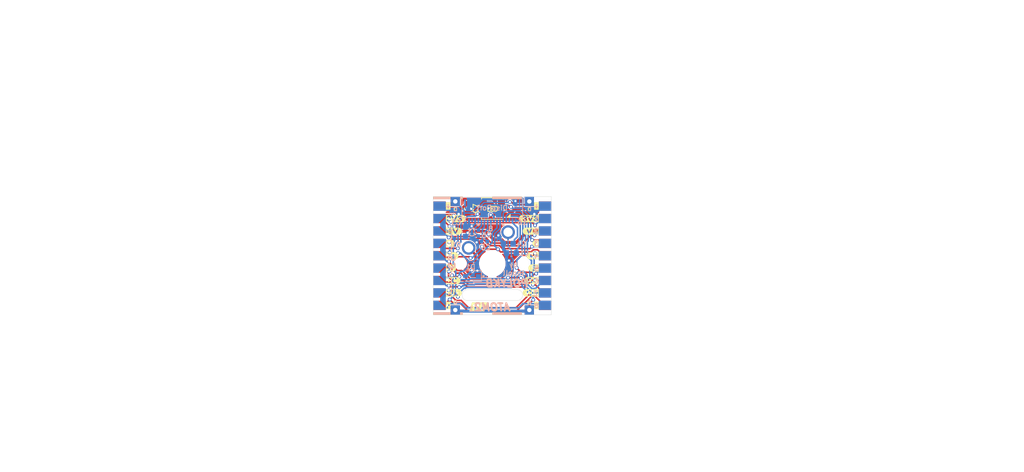
<source format=kicad_pcb>
(kicad_pcb (version 20211014) (generator pcbnew)
  (title_block (title "PolyKB Atom") (date "2022-02-01") (rev "2.1") (company "thpoll"))
  (layers (0 "F.Cu" signal) (31 "B.Cu" signal) (34 "B.Paste" user) (35 "F.Paste" user) (36 "B.SilkS" user "B.Silkscreen") (37 "F.SilkS" user "F.Silkscreen") (38 "B.Mask" user) (39 "F.Mask" user) (44 "Edge.Cuts" user))
  (net 0 "")
  (net 1 "/Keyboard/sheet605ED2EB/GND")
  (net 2 "/Keyboard/sheet605ED2EB/3V3")
  (net 3 "/Keyboard/sheet605ED2EB/4V2")
  (net 4 "Net-(C4-Pad1)")
  (net 5 "Net-(C5-Pad2)")
  (net 6 "Net-(C5-Pad1)")
  (net 7 "Net-(C6-Pad2)")
  (net 8 "Net-(C6-Pad1)")
  (net 9 "/Keyboard/sheet605ED2EB/CS")
  (net 10 "/Keyboard/sheet605ED2EB/RESET")
  (net 11 "/Keyboard/sheet605ED2EB/D-C")
  (net 12 "/Keyboard/sheet605ED2EB/SCLK")
  (net 13 "/Keyboard/sheet605ED2EB/SDIN")
  (net 14 "/Keyboard/sheet605ED2EB/LED_DIN")
  (net 15 "/Keyboard/sheet605ED2EB/5V")
  (net 16 "Net-(D1-Pad2)")
  (net 17 "/Keyboard/sheet605ED2EB/KeyRow")
  (net 18 "/Keyboard/sheet605ED2EB/KeyCol")
  (net 19 "CS8")
  (net 20 "CS7")
  (net 21 "CS6")
  (net 22 "CS5")
  (net 23 "CS4")
  (net 24 "CS3")
  (net 25 "CS2")
  (net 26 "CS1")
  (net 27 "Net-(C1-Pad1)")
  (footprint "poly_kb:AtomConnect2" (layer "F.Cu") (at 93.218 63.6778 -90)
    (fp_text reference "J3" hide)
    (fp_text value "WestFront")
  )
  (footprint "poly_kb:AtomConnect2" (layer "F.Cu") (at 110.236 63.6778 -90)
    (fp_text reference "J4" hide)
    (fp_text value "EastFront")
  )
  (footprint "poly_kb:WS2812B-Mini" (layer "F.Cu") (at 101.727 56.0578)
    (fp_text reference "LED1" hide)
    (fp_text value "WS2812B-Mini")
  )
  (footprint "poly_kb:SW_Cherry_MX_1.00u_PCB_NoSilk" (layer "F.Cu") (at 104.267 59.8678)
    (fp_text reference "SW1" hide)
    (fp_text value "SW_Push")
  )
  (footprint "poly_kb:TestPoin_1.5x1.5mm_Drill0.7mm" (layer "F.Cu") (at 107.696 54.9148)
    (fp_text reference "J2" hide)
    (fp_text value "North")
  )
  (footprint "poly_kb:TestPoin_1.5x1.5mm_Drill0.7mm" (layer "F.Cu") (at 95.758 54.9148)
    (fp_text reference "J8" hide)
    (fp_text value "North2")
  )
  (footprint "poly_kb:TestPoin_1.5x1.5mm_Drill0.7mm" (layer "F.Cu") (at 107.696 72.4408)
    (fp_text reference "J9" hide)
    (fp_text value "South2")
  )
  (footprint "poly_kb:TestPoin_1.5x1.5mm_Drill0.7mm" (layer "F.Cu") (at 95.758 72.4408)
    (fp_text reference "J7" hide)
    (fp_text value "South")
  )
  (footprint "kibuzzard-61EFD908" (layer "F.Cu") (at 94.615 71.7042)
    (fp_text reference "kibuzzard-61EFD908" hide)
    (fp_text value "G***" hide)
  )
  (footprint "kibuzzard-61EFDD1E" (layer "F.Cu") (at 99.441 71.9328)
    (fp_text reference "kibuzzard-61EFDD1E" hide)
    (fp_text value "G***" hide)
  )
  (footprint "kibuzzard-61EFBE87" (layer "F.Cu") (at 96.0374 59.7154)
    (fp_text reference "kibuzzard-61EFBE87" hide)
    (fp_text value "G***" hide)
  )
  (footprint "kibuzzard-61EFDAC6" (layer "F.Cu") (at 108.7882 61.6966)
    (fp_text reference "kibuzzard-61EFDAC6" hide)
    (fp_text value "G***" hide)
  )
  (footprint "kibuzzard-61EFBE2C" (layer "F.Cu") (at 95.4278 67.691)
    (fp_text reference "kibuzzard-61EFBE2C" hide)
    (fp_text value "G***" hide)
  )
  (footprint "kibuzzard-61EFD947" (layer "F.Cu") (at 108.839 55.6514)
    (fp_text reference "kibuzzard-61EFD947" hide)
    (fp_text value "G***" hide)
  )
  (footprint "kibuzzard-61EFA8F1" (layer "F.Cu") (at 107.9246 69.6722)
    (fp_text reference "kibuzzard-61EFA8F1" hide)
    (fp_text value "G***" hide)
  )
  (footprint "kibuzzard-61EFDAA0" (layer "F.Cu") (at 94.9706 61.6966)
    (fp_text reference "kibuzzard-61EFDAA0" hide)
    (fp_text value "G***" hide)
  )
  (footprint "kibuzzard-61EFD7F9" (layer "F.Cu") (at 108.3818 65.659)
    (fp_text reference "kibuzzard-61EFD7F9" hide)
    (fp_text value "G***" hide)
  )
  (footprint "kibuzzard-61EFD863" (layer "F.Cu") (at 107.6198 57.6834)
    (fp_text reference "kibuzzard-61EFD863" hide)
    (fp_text value "G***" hide)
  )
  (footprint "kibuzzard-61EFD879" (layer "F.Cu") (at 95.844 57.6906)
    (fp_text reference "kibuzzard-61EFD879" hide)
    (fp_text value "G***" hide)
  )
  (footprint "kibuzzard-61EFD908" (layer "F.Cu") (at 108.839 71.7042)
    (fp_text reference "kibuzzard-61EFD908" hide)
    (fp_text value "G***" hide)
  )
  (footprint "kibuzzard-61EFACF9" (layer "F.Cu") (at 107.4166 59.7154)
    (fp_text reference "kibuzzard-61EFACF9" hide)
    (fp_text value "G***" hide)
  )
  (footprint "kibuzzard-61EFDAEE" (layer "F.Cu") (at 95.254239 63.677507)
    (fp_text reference "kibuzzard-61EFDAEE" hide)
    (fp_text value "G***" hide)
  )
  (footprint "kibuzzard-61EFBE21" (layer "F.Cu") (at 95.0722 65.659)
    (fp_text reference "kibuzzard-61EFBE21" hide)
    (fp_text value "G***" hide)
  )
  (footprint "kibuzzard-61EFABBF" (layer "F.Cu") (at 108.0262 67.691)
    (fp_text reference "kibuzzard-61EFABBF" hide)
    (fp_text value "G***" hide)
  )
  (footprint "kibuzzard-61EFD947" (layer "F.Cu") (at 94.615 55.6514)
    (fp_text reference "kibuzzard-61EFD947" hide)
    (fp_text value "G***" hide)
  )
  (footprint "kibuzzard-61EFBE3D" (layer "F.Cu") (at 95.5294 69.6722)
    (fp_text reference "kibuzzard-61EFBE3D" hide)
    (fp_text value "G***" hide)
  )
  (footprint "kibuzzard-61EFAA6D" (layer "F.Cu") (at 108.2294 63.6778)
    (fp_text reference "kibuzzard-61EFAA6D" hide)
    (fp_text value "G***" hide)
  )
  (footprint "Capacitor_SMD:C_0603_1608Metric" (layer "F.Cu") (at 97.7265 56.0578 -90)
    (fp_text reference "C7")
    (fp_text value "100nF")
  )
  (footprint "Capacitor_SMD:C_0603_1608Metric" (layer "B.Cu") (at 104.802 63.2528 180)
    (fp_text reference "C1")
    (fp_text value "2.2uF")
  )
  (footprint "Capacitor_SMD:C_0603_1608Metric" (layer "B.Cu") (at 97.409 59.8046 90)
    (fp_text reference "C2")
    (fp_text value "2.2uF")
  )
  (footprint "Capacitor_SMD:C_0402_1005Metric" (layer "B.Cu") (at 95.123 56.9468 90)
    (fp_text reference "C3" hide)
    (fp_text value "1uF")
  )
  (footprint "Capacitor_SMD:C_0603_1608Metric" (layer "B.Cu") (at 104.302 61.7528 180)
    (fp_text reference "C4")
    (fp_text value "4.7uF")
  )
  (footprint "Capacitor_SMD:C_0402_1005Metric" (layer "B.Cu") (at 99.4918 60.0176 90)
    (fp_text reference "C5")
    (fp_text value "1uF")
  )
  (footprint "Capacitor_SMD:C_0402_1005Metric" (layer "B.Cu") (at 100.457 61.3918)
    (fp_text reference "C6")
    (fp_text value "1uF")
  )
  (footprint "poly_kb:D_SOD-323Ext" (layer "B.Cu") (at 98.425 66.9528 180)
    (fp_text reference "D1")
    (fp_text value "D_Small")
  )
  (footprint "poly_kb:FPC_16_JUSHUO_AFC05_S16FIA_00" (layer "B.Cu") (at 101.727 57.9628)
    (fp_text reference "J1" hide)
    (fp_text value "Conn_01x16")
  )
  (footprint "poly_kb:AtomConnect2" (layer "B.Cu") (at 110.236 63.6778 -90)
    (fp_text reference "J6" hide)
    (fp_text value "EastBack")
  )
  (footprint "poly_kb:AtomConnectCS" (layer "B.Cu") (at 93.218 63.6778 -90)
    (fp_text reference "J5" hide)
    (fp_text value "WestBack")
  )
  (footprint "Resistor_SMD:R_0402_1005Metric" (layer "B.Cu") (at 95.602 60.3906 -90)
    (fp_text reference "R1")
    (fp_text value "1M")
  )
  (gr_poly (pts (xy 106.4895 73.2282) (xy 101.727 73.2282) (xy 101.727 72.7964) (xy 106.4895 72.7964)) (layer "B.SilkS") (width 0) (fill solid))
  (gr_poly (pts (xy 94.9706 54.5608) (xy 92.1766 54.5608) (xy 92.1766 54.1274) (xy 94.9706 54.1274)) (layer "B.SilkS") (width 0) (fill solid))
  (gr_poly (pts (xy 96.9645 54.5608) (xy 96.5454 54.5608) (xy 96.5454 54.1274) (xy 96.9645 54.1274)) (layer "B.SilkS") (width 0) (fill solid))
  (gr_poly (pts (xy 96.9645 73.2282) (xy 96.5454 73.2282) (xy 96.5454 72.8091) (xy 96.9645 72.8091)) (layer "B.SilkS") (width 0) (fill solid))
  (gr_poly (pts (xy 94.9706 73.2282) (xy 92.202 73.2282) (xy 92.202 72.788864) (xy 94.9706 72.788864)) (layer "B.SilkS") (width 0) (fill solid))
  (gr_line (start 108.839 55.3466) (end 108.839 55.7022) (layer "B.SilkS") (width 0.12))
  (gr_line (start 95.123 63.4238) (end 95.123 59.3598) (layer "B.SilkS") (width 0.12))
  (gr_line (start 103.502 58.4778) (end 103.502 58.9278) (layer "B.SilkS") (width 0.12))
  (gr_line (start 94.615 66.7258) (end 95.123 66.7258) (layer "B.SilkS") (width 0.12))
  (gr_line (start 103.327 58.7528) (end 103.677 58.7528) (layer "B.SilkS") (width 0.12))
  (gr_line (start 94.615 55.3466) (end 94.615 55.7022) (layer "B.SilkS") (width 0.12))
  (gr_line (start 95.123 69.5198) (end 94.615 70.0278) (layer "B.SilkS") (width 0.12))
  (gr_line (start 94.615 55.7022) (end 94.361 55.7022) (layer "B.SilkS") (width 0.12))
  (gr_line (start 99.302 58.7528) (end 99.652 58.7528) (layer "B.SilkS") (width 0.12))
  (gr_line (start 108.7882 56.007) (end 108.8898 56.007) (layer "B.SilkS") (width 0.12))
  (gr_line (start 94.615 55.7022) (end 94.869 55.7022) (layer "B.SilkS") (width 0.12))
  (gr_line (start 99.402 58.7028) (end 99.552 58.7028) (layer "B.SilkS") (width 0.12))
  (gr_line (start 103.427 58.7028) (end 103.577 58.7028) (layer "B.SilkS") (width 0.12))
  (gr_line (start 99.477 58.4778) (end 99.302 58.7528) (layer "B.SilkS") (width 0.12))
  (gr_line (start 103.677 58.7528) (end 103.502 58.4778) (layer "B.SilkS") (width 0.12))
  (gr_line (start 108.839 55.7022) (end 109.093 55.7022) (layer "B.SilkS") (width 0.12))
  (gr_line (start 108.839 55.7022) (end 108.585 55.7022) (layer "B.SilkS") (width 0.12))
  (gr_poly (pts (xy 106.4895 54.5608) (xy 101.727 54.5608) (xy 101.727 54.1274) (xy 106.4895 54.1274)) (layer "B.SilkS") (width 0) (fill solid))
  (gr_line (start 94.4626 55.8546) (end 94.7674 55.8546) (layer "B.SilkS") (width 0.12))
  (gr_line (start 94.615 62.6618) (end 95.123 62.6618) (layer "B.SilkS") (width 0.12))
  (gr_line (start 99.652 58.7528) (end 99.477 58.4778) (layer "B.SilkS") (width 0.12))
  (gr_line (start 95.123 65.9638) (end 95.123 69.5198) (layer "B.SilkS") (width 0.12))
  (gr_line (start 103.502 58.4778) (end 103.327 58.7528) (layer "B.SilkS") (width 0.12))
  (gr_line (start 101.477 58.6528) (end 101.477 58.4778) (layer "B.SilkS") (width 0.12))
  (gr_line (start 95.123 59.3598) (end 94.615 58.8518) (layer "B.SilkS") (width 0.12))
  (gr_line (start 108.6866 55.8546) (end 108.9914 55.8546) (layer "B.SilkS") (width 0.12))
  (gr_line (start 99.477 58.4778) (end 99.477 58.9278) (layer "B.SilkS") (width 0.12))
  (gr_line (start 94.5642 56.007) (end 94.6658 56.007) (layer "B.SilkS") (width 0.12))
  (gr_poly (pts (xy 106.4895 54.5608) (xy 101.727 54.5608) (xy 101.727 54.1274) (xy 106.4895 54.1274)) (layer "F.SilkS") (width 0) (fill solid))
  (gr_line (start 94.7928 59.2582) (end 94.7928 59.309) (layer "F.SilkS") (width 0.12))
  (gr_line (start 108.2294 59.2074) (end 108.2294 60.2234) (layer "F.SilkS") (width 0.135))
  (gr_line (start 109.1438 59.2074) (end 109.1438 60.2234) (layer "F.SilkS") (width 0.135))
  (gr_line (start 108.712 59.309) (end 108.6612 59.309) (layer "F.SilkS") (width 0.12))
  (gr_line (start 108.712 59.2582) (end 108.712 59.309) (layer "F.SilkS") (width 0.12))
  (gr_line (start 95.0468 59.309) (end 95.0468 59.2074) (layer "F.SilkS") (width 0.12))
  (gr_line (start 108.4072 59.309) (end 108.4072 59.2074) (layer "F.SilkS") (width 0.12))
  (gr_line (start 94.3102 59.2074) (end 95.2754 59.2074) (layer "F.SilkS") (width 0.135))
  (gr_line (start 94.742 59.309) (end 94.742 59.2582) (layer "F.SilkS") (width 0.12))
  (gr_line (start 95.1992 59.309) (end 95.0468 59.309) (layer "F.SilkS") (width 0.12))
  (gr_line (start 95.2754 60.2234) (end 94.3102 60.2234) (layer "F.SilkS") (width 0.135))
  (gr_line (start 94.361 59.309) (end 94.488 59.309) (layer "F.SilkS") (width 0.12))
  (gr_line (start 108.458 59.563) (end 108.9152 59.563) (layer "F.SilkS") (width 0.12))
  (gr_line (start 94.3102 59.2074) (end 94.3102 60.2234) (layer "F.SilkS") (width 0.135))
  (gr_line (start 109.1184 59.309) (end 108.966 59.309) (layer "F.SilkS") (width 0.12))
  (gr_poly (pts (xy 96.9645 54.5608) (xy 96.5454 54.5608) (xy 96.5454 54.1274) (xy 96.9645 54.1274)) (layer "F.SilkS") (width 0) (fill solid))
  (gr_line (start 94.5388 59.563) (end 94.996 59.563) (layer "F.SilkS") (width 0.12))
  (gr_line (start 94.5388 59.9694) (end 94.996 59.9694) (layer "F.SilkS") (width 0.12))
  (gr_poly (pts (xy 94.9706 54.5608) (xy 92.1766 54.5608) (xy 92.1766 54.1274) (xy 94.9706 54.1274)) (layer "F.SilkS") (width 0) (fill solid))
  (gr_line (start 108.9152 59.7662) (end 108.458 59.7662) (layer "F.SilkS") (width 0.12))
  (gr_line (start 108.966 59.309) (end 108.966 59.2074) (layer "F.SilkS") (width 0.12))
  (gr_line (start 94.7928 59.309) (end 94.742 59.309) (layer "F.SilkS") (width 0.12))
  (gr_line (start 109.1438 60.2234) (end 108.1786 60.2234) (layer "F.SilkS") (width 0.135))
  (gr_line (start 108.2802 59.309) (end 108.4072 59.309) (layer "F.SilkS") (width 0.12))
  (gr_line (start 94.996 59.7662) (end 94.5388 59.7662) (layer "F.SilkS") (width 0.12))
  (gr_poly (pts (xy 96.9645 73.2282) (xy 96.5454 73.2282) (xy 96.5454 72.8218) (xy 96.9645 72.8218)) (layer "F.SilkS") (width 0) (fill solid))
  (gr_line (start 94.488 59.309) (end 94.488 59.2074) (layer "F.SilkS") (width 0.12))
  (gr_poly (pts (xy 106.4895 73.2282) (xy 101.727 73.2282) (xy 101.727 72.8218) (xy 106.4895 72.8218)) (layer "F.SilkS") (width 0) (fill solid))
  (gr_line (start 108.458 59.9694) (end 108.9152 59.9694) (layer "F.SilkS") (width 0.12))
  (gr_line (start 95.2246 59.2074) (end 95.2246 60.2234) (layer "F.SilkS") (width 0.135))
  (gr_line (start 108.6612 59.309) (end 108.6612 59.2582) (layer "F.SilkS") (width 0.12))
  (gr_line (start 108.1786 59.2074) (end 109.1438 59.2074) (layer "F.SilkS") (width 0.135))
  (gr_poly (pts (xy 94.9706 73.2282) (xy 92.1766 73.2282) (xy 92.1766 72.8218) (xy 94.9706 72.8218)) (layer "F.SilkS") (width 0) (fill solid))
  (gr_line (start 111.252 54.1528) (end 92.202 54.1528) (layer "Edge.Cuts") (width 0.05))
  (gr_line (start 92.202 54.1528) (end 92.202 73.2028) (layer "Edge.Cuts") (width 0.05))
  (gr_line (start 111.252 54.1528) (end 111.252 73.2028) (layer "Edge.Cuts") (width 0.05))
  (gr_line (start 111.252 73.2028) (end 92.202 73.2028) (layer "Edge.Cuts") (width 0.05))
  (gr_arc (start 105.718 69.1388) (mid 106.607 70.0278) (end 105.718 70.9168) (layer "Edge.Cuts") (width 0.05))
  (gr_line (start 105.718 69.1388) (end 97.736 69.1388) (layer "Edge.Cuts") (width 0.05))
  (gr_arc (start 97.736 70.9168) (mid 96.847 70.0278) (end 97.736 69.1388) (layer "Edge.Cuts") (width 0.05))
  (gr_line (start 105.718 70.9168) (end 97.736 70.9168) (layer "Edge.Cuts") (width 0.05))
  (gr_text "ATOM2" (at 101.7778 71.9963) (layer "B.SilkS") (effects (font (size 1.2 1.2) (thickness 0.3) italic) (justify mirror)))
  (gr_text "1" (at 108.839 57.7088) (layer "B.SilkS") (effects (font (size 0.8 0.8) (thickness 0.153)) (justify mirror)))
  (gr_text "c" (at 95.7834 71.12) (layer "B.SilkS") (effects (font (size 0.8 0.8) (thickness 0.153)) (justify mirror)))
  (gr_text "c" (at 107.7214 71.1454) (layer "B.SilkS") (effects (font (size 0.8 0.8) (thickness 0.153)) (justify mirror)))
  (gr_text "c" (at 95.7834 56.0578) (layer "B.SilkS") (effects (font (size 0.8 0.8) (thickness 0.153)) (justify mirror)))
  (gr_text ".1" (at 98.5012 72.2503) (layer "B.SilkS") (effects (font (size 0.8 0.8) (thickness 0.153)) (justify mirror)))
  (gr_text "4" (at 108.839 63.741299) (layer "B.SilkS") (effects (font (size 0.8 0.8) (thickness 0.153)) (justify mirror)))
  (gr_text "POLYKB" (at 104.14 68.1482) (layer "B.SilkS") (effects (font (size 1.2 1.2) (thickness 0.3) italic) (justify mirror)))
  (gr_text "." (at 100.302 66.5028) (layer "B.SilkS") (effects (font (size 1.2 1.2) (thickness 0.25)) (justify mirror)))
  (gr_text "2" (at 108.839 59.719633) (layer "B.SilkS") (effects (font (size 0.8 0.8) (thickness 0.153)) (justify mirror)))
  (gr_text "5" (at 108.839 65.752132) (layer "B.SilkS") (effects (font (size 0.8 0.8) (thickness 0.153)) (justify mirror)))
  (gr_text "6" (at 108.839 67.762965) (layer "B.SilkS") (effects (font (size 0.8 0.8) (thickness 0.153)) (justify mirror)))
  (gr_text "by\nthpoll" (at 105.156 65.8368) (layer "B.SilkS") (effects (font (size 0.8 0.8)) (justify mirror)))
  (gr_text "8" (at 101.477 59.3278) (layer "B.SilkS") (effects (font (size 0.8 0.8) (thickness 0.153)) (justify mirror)))
  (gr_text "16" (at 106.527 58.2778) (layer "B.SilkS") (effects (font (size 0.8 0.8) (thickness 0.153)) (justify mirror)))
  (gr_text "C3" (at 95.952 58.3278) (layer "B.SilkS") (effects (font (size 0.8 0.8)) (justify mirror)))
  (gr_text "c" (at 107.7214 56.0578) (layer "B.SilkS") (effects (font (size 0.8 0.8) (thickness 0.153)) (justify mirror)))
  (gr_text "DispPort" (at 101.6762 55.9562) (layer "B.SilkS") (effects (font (size 0.8 0.8) (thickness 0.153)) (justify mirror)))
  (gr_text "3" (at 108.839 61.730466) (layer "B.SilkS") (effects (font (size 0.8 0.8) (thickness 0.153)) (justify mirror)))
  (gr_text "CS" (at 95.123 64.6938 270) (layer "B.SilkS") (effects (font (size 1 1.2) (thickness 0.25)) (justify mirror)))
  (gr_text "." (at 97.352 57.5278) (layer "B.SilkS") (effects (font (size 1.2 1.2) (thickness 0.25)) (justify mirror)))
  (gr_text "8" (at 108.839 71.755) (layer "B.SilkS") (effects (font (size 0.8 0.8) (thickness 0.153)) (justify mirror)))
  (gr_text "7" (at 108.839 69.7738) (layer "B.SilkS") (effects (font (size 0.8 0.8) (thickness 0.153)) (justify mirror)))
  (gr_text "c" (at 95.7326 71.0946) (layer "F.SilkS") (effects (font (size 0.8 0.8) (thickness 0.153))))
  (gr_text "c" (at 107.7214 56.0578) (layer "F.SilkS") (effects (font (size 0.8 0.8) (thickness 0.153))))
  (gr_text "c" (at 107.6706 71.1454) (layer "F.SilkS") (effects (font (size 0.8 0.8) (thickness 0.153))))
  (gr_text "E" (at 101.727 56.134) (layer "F.SilkS") (effects (font (size 0.8 0.8))))
  (gr_text "D" (at 102.3112 56.134) (layer "F.SilkS") (effects (font (size 0.8 0.8))))
  (gr_text "L" (at 101.1428 56.134) (layer "F.SilkS") (effects (font (size 0.8 0.8))))
  (gr_text "c" (at 95.7834 56.0578) (layer "F.SilkS") (effects (font (size 0.8 0.8) (thickness 0.153))))
  (segment (start 98.407521 56.0578) (end 98.34306 56.122261) (width 0.5) (layer "F.Cu") (net 1))
  (segment (start 101.092 56.0578) (end 98.407521 56.0578) (width 0.5) (layer "F.Cu") (net 1))
  (segment (start 95.662917 58.91646) (end 95.585745 58.993632) (width 0.2921) (layer "F.Cu") (net 1))
  (segment (start 101.490858 56.0578) (end 102.581996 57.148938) (width 0.5) (layer "F.Cu") (net 1))
  (segment (start 98.405358 58.91646) (end 95.662917 58.91646) (width 0.2921) (layer "F.Cu") (net 1))
  (segment (start 102.581996 57.148938) (end 108.305862 57.148938) (width 0.5) (layer "F.Cu") (net 1))
  (segment (start 101.092 56.0578) (end 101.490858 56.0578) (width 0.5) (layer "F.Cu") (net 1))
  (segment (start 98.405358 58.91646) (end 101.21566 58.91646) (width 0.2921) (layer "F.Cu") (net 1))
  (segment (start 101.21566 58.91646) (end 102.702 60.4028) (width 0.2921) (layer "F.Cu") (net 1))
  (segment (start 97.640496 56.824825) (end 98.34306 56.122261) (width 0.5) (layer "F.Cu") (net 1))
  (segment (start 96.503206 56.824825) (end 97.640496 56.824825) (width 0.5) (layer "F.Cu") (net 1))
  (segment (start 108.305862 57.148938) (end 108.502 56.9528) (width 0.5) (layer "F.Cu") (net 1))
  (via (at 99.202 61.5188) (size 0.6096) (drill 0.3556) (layers "F.Cu" "B.Cu") (net 1))
  (via (at 104.394 64.4652) (size 0.6096) (drill 0.3556) (layers "F.Cu" "B.Cu") (net 1))
  (via (at 101.092 56.0578) (size 0.6096) (drill 0.3556) (layers "F.Cu" "B.Cu") (net 1))
  (via (at 98.405358 58.91646) (size 0.6096) (drill 0.3556) (layers "F.Cu" "B.Cu") (net 1))
  (via (at 108.502 56.9528) (size 0.8) (drill 0.4) (layers "F.Cu" "B.Cu") (net 1))
  (via (at 105.452 54.8528) (size 0.6096) (drill 0.3556) (layers "F.Cu" "B.Cu") (net 1))
  (via (at 102.702 60.4028) (size 0.6096) (drill 0.3556) (layers "F.Cu" "B.Cu") (net 1))
  (via (at 98.34306 56.122261) (size 0.6096) (drill 0.3556) (layers "F.Cu" "B.Cu") (net 1))
  (via (at 95.607733 58.996357) (size 0.6096) (drill 0.3556) (layers "F.Cu" "B.Cu") (net 1))
  (via (at 96.302 56.9528) (size 0.8) (drill 0.4) (layers "F.Cu" "B.Cu") (net 1))
  (via (at 99.314 66.0908) (size 0.6096) (drill 0.3556) (layers "F.Cu" "B.Cu") (net 1))
  (segment (start 102.702 60.7528) (end 102.702 60.4028) (width 0.5) (layer "B.Cu") (net 1))
  (segment (start 103.527 61.6458) (end 103.527 61.5778) (width 0.5) (layer "B.Cu") (net 1))
  (segment (start 98.452 60.7838) (end 99.187 61.5188) (width 0.2921) (layer "B.Cu") (net 1))
  (segment (start 93.472 55.6778) (end 93.979 56.1848) (width 0.5) (layer "B.Cu") (net 1))
  (segment (start 96.252 57.5528) (end 96.252 57.0028) (width 0.2921) (layer "B.Cu") (net 1))
  (segment (start 109.982 55.6778) (end 109.777 55.6778) (width 0.5) (layer "B.Cu") (net 1))
  (segment (start 95.23199 56.1848) (end 95.863181 56.1848) (width 0.5) (layer "B.Cu") (net 1))
  (segment (start 103.527 61.5778) (end 102.702 60.7528) (width 0.5) (layer "B.Cu") (net 1))
  (segment (start 103.5242 62.681) (end 103.5242 61.6458) (width 0.5) (layer "B.Cu") (net 1))
  (segment (start 95.702 58.1028) (end 96.252 57.5528) (width 0.2921) (layer "B.Cu") (net 1))
  (segment (start 96.252 57.0028) (end 96.302 56.9528) (width 0.2921) (layer "B.Cu") (net 1))
  (segment (start 98.977 58.4778) (end 98.53834 58.91646) (width 0.2921) (layer "B.Cu") (net 1))
  (segment (start 96.302 56.623619) (end 96.302 56.9528) (width 0.5) (layer "B.Cu") (net 1))
  (segment (start 97.409 58.8388) (end 97.61881 58.8388) (width 0.2921) (layer "B.Cu") (net 1))
  (segment (start 97.977 57.9628) (end 97.977 58.48061) (width 0.2921) (layer "B.Cu") (net 1))
  (segment (start 98.452 58.963102) (end 98.452 60.7838) (width 0.2921) (layer "B.Cu") (net 1))
  (segment (start 95.23199 56.1848) (end 95.23199 56.35781) (width 0.5) (layer "B.Cu") (net 1))
  (segment (start 97.977 58.48061) (end 98.405358 58.908968) (width 0.2921) (layer "B.Cu") (net 1))
  (segment (start 95.23199 56.35781) (end 95.123 56.4668) (width 0.5) (layer "B.Cu") (net 1))
  (segment (start 98.405358 58.91646) (end 98.452 58.963102) (width 0.2921) (layer "B.Cu") (net 1))
  (segment (start 109.777 55.6778) (end 108.502 56.9528) (width 0.5) (layer "B.Cu") (net 1))
  (segment (start 98.53834 58.91646) (end 98.405358 58.91646) (width 0.2921) (layer "B.Cu") (net 1))
  (segment (start 104.013 63.1698) (end 103.5242 62.681) (width 0.5) (layer "B.Cu") (net 1))
  (segment (start 95.863181 56.1848) (end 96.302 56.623619) (width 0.5) (layer "B.Cu") (net 1))
  (segment (start 95.585745 58.993632) (end 95.702 58.877377) (width 0.2921) (layer "B.Cu") (net 1))
  (segment (start 98.405358 58.908968) (end 98.405358 58.91646) (width 0.2921) (layer "B.Cu") (net 1))
  (segment (start 97.61881 58.8388) (end 97.977 58.48061) (width 0.2921) (layer "B.Cu") (net 1))
  (segment (start 93.979 56.1848) (end 95.23199 56.1848) (width 0.5) (layer "B.Cu") (net 1))
  (segment (start 95.702 58.877377) (end 95.702 58.1028) (width 0.2921) (layer "B.Cu") (net 1))
  (segment (start 98.977 57.9628) (end 98.977 58.4778) (width 0.2921) (layer "B.Cu") (net 1))
  (segment (start 93.585251 57.6778) (end 94.842315 58.934864) (width 0.25) (layer "F.Cu") (net 2))
  (segment (start 101.473 57.0738) (end 101.473 57.5818) (width 0.5) (layer "F.Cu") (net 2))
  (segment (start 101.618511 57.727311) (end 101.327489 57.727311) (width 0.5) (layer "F.Cu") (net 2))
  (segment (start 101.473 57.5818) (end 101.327489 57.727311) (width 0.5) (layer "F.Cu") (net 2))
  (segment (start 93.218 57.6778) (end 93.7244 57.1714) (width 0.5) (layer "F.Cu") (net 2))
  (segment (start 93.472 57.6778) (end 93.6696 57.4802) (width 0.5) (layer "F.Cu") (net 2))
  (segment (start 93.218 57.6778) (end 93.585251 57.6778) (width 0.25) (layer "F.Cu") (net 2))
  (segment (start 101.473 57.5818) (end 101.618511 57.727311) (width 0.5) (layer "F.Cu") (net 2))
  (segment (start 93.7244 57.1714) (end 94.869 57.1714) (width 0.5) (layer "F.Cu") (net 2))
  (segment (start 94.926892 57.229292) (end 95.491142 57.229292) (width 0.5) (layer "F.Cu") (net 2))
  (segment (start 110.112951 57.800849) (end 96.015989 57.800849) (width 0.5) (layer "F.Cu") (net 2))
  (segment (start 95.491142 57.276002) (end 95.491142 57.229292) (width 0.5) (layer "F.Cu") (net 2))
  (segment (start 94.869 57.1714) (end 94.926892 57.229292) (width 0.5) (layer "F.Cu") (net 2))
  (segment (start 93.709316 57.186484) (end 93.218 57.6778) (width 0.3) (layer "F.Cu") (net 2))
  (segment (start 101.327489 57.727311) (end 101.277489 57.777311) (width 0.5) (layer "F.Cu") (net 2))
  (segment (start 110.236 57.6778) (end 110.112951 57.800849) (width 0.5) (layer "F.Cu") (net 2))
  (segment (start 96.015989 57.800849) (end 95.491142 57.276002) (width 0.5) (layer "F.Cu") (net 2))
  (via (at 94.842315 58.934864) (size 0.6096) (drill 0.3556) (layers "F.Cu" "B.Cu") (net 2))
  (via (at 101.473 57.0738) (size 0.6096) (drill 0.3556) (layers "F.Cu" "B.Cu") (net 2))
  (via (at 95.491142 57.229292) (size 0.6096) (drill 0.3556) (layers "F.Cu" "B.Cu") (net 2))
  (segment (start 95.267846 59.8806) (end 94.842315 59.455069) (width 0.25) (layer "B.Cu") (net 2))
  (segment (start 95.123 57.4268) (end 95.293634 57.4268) (width 0.3) (layer "B.Cu") (net 2))
  (segment (start 94.842315 59.455069) (end 94.842315 58.934864) (width 0.25) (layer "B.Cu") (net 2))
  (segment (start 95.293634 57.4268) (end 95.491142 57.229292) (width 0.3) (layer "B.Cu") (net 2))
  (segment (start 101.977 57.9628) (end 101.977 57.2778) (width 0.3) (layer "B.Cu") (net 2))
  (segment (start 101.773 57.0738) (end 101.473 57.0738) (width 0.3) (layer "B.Cu") (net 2))
  (segment (start 101.977 57.2778) (end 101.773 57.0738) (width 0.3) (layer "B.Cu") (net 2))
  (segment (start 95.644 59.8806) (end 95.267846 59.8806) (width 0.25) (layer "B.Cu") (net 2))
  (segment (start 105.5818 61.5528) (end 103.702 61.5528) (width 0.5) (layer "F.Cu") (net 3))
  (segment (start 103.258701 61.109501) (end 102.002089 61.109501) (width 0.5) (layer "F.Cu") (net 3))
  (segment (start 100.633388 59.7408) (end 101.128688 60.2361) (width 0.5) (layer "F.Cu") (net 3))
  (segment (start 107.4568 59.6778) (end 105.5818 61.5528) (width 0.5) (layer "F.Cu") (net 3))
  (segment (start 102.002089 61.109501) (end 101.128688 60.2361) (width 0.5) (layer "F.Cu") (net 3))
  (segment (start 97.752 59.8044) (end 97.752 60.0028) (width 0.5) (layer "F.Cu") (net 3))
  (segment (start 93.281 59.7408) (end 100.633388 59.7408) (width 0.5) (layer "F.Cu") (net 3))
  (segment (start 109.982 59.6778) (end 107.4568 59.6778) (width 0.5) (layer "F.Cu") (net 3))
  (segment (start 93.218 59.6778) (end 93.281 59.7408) (width 0.5) (layer "F.Cu") (net 3))
  (segment (start 103.702 61.5528) (end 103.258701 61.109501) (width 0.5) (layer "F.Cu") (net 3))
  (via (at 101.128688 60.2361) (size 0.6096) (drill 0.3556) (layers "F.Cu" "B.Cu") (net 3))
  (via (at 97.752 60.0028) (size 0.6096) (drill 0.3556) (layers "F.Cu" "B.Cu") (net 3))
  (segment (start 101.477 57.9628) (end 101.477 59.571705) (width 0.3) (layer "B.Cu") (net 3))
  (segment (start 101.128688 59.920017) (end 101.128688 60.2361) (width 0.3) (layer "B.Cu") (net 3))
  (segment (start 97.409 60.3888) (end 97.752 60.0458) (width 0.3) (layer "B.Cu") (net 3))
  (segment (start 97.752 60.0458) (end 97.752 60.0028) (width 0.3) (layer "B.Cu") (net 3))
  (segment (start 101.477 59.571705) (end 101.128688 59.920017) (width 0.3) (layer "B.Cu") (net 3))
  (segment (start 104.977 58.3486) (end 104.977 57.9628) (width 0.254) (layer "B.Cu") (net 4))
  (segment (start 105.794 60.598892) (end 105.794 59.1656) (width 0.254) (layer "B.Cu") (net 4))
  (segment (start 105.794 59.1656) (end 104.977 58.3486) (width 0.254) (layer "B.Cu") (net 4))
  (segment (start 105.296 61.096892) (end 105.794 60.598892) (width 0.254) (layer "B.Cu") (net 4))
  (segment (start 105.296 61.6458) (end 105.296 61.096892) (width 0.254) (layer "B.Cu") (net 4))
  (segment (start 99.4918 59.35762) (end 99.4918 59.5376) (width 0.254) (layer "B.Cu") (net 5))
  (segment (start 99.977 58.87242) (end 99.4918 59.35762) (width 0.254) (layer "B.Cu") (net 5))
  (segment (start 99.977 57.9628) (end 99.977 58.87242) (width 0.254) (layer "B.Cu") (net 5))
  (segment (start 99.477 58.64911) (end 98.90228 59.22383) (width 0.254) (layer "B.Cu") (net 6))
  (segment (start 98.90228 59.90808) (end 99.4918 60.4976) (width 0.254) (layer "B.Cu") (net 6))
  (segment (start 98.90228 59.22383) (end 98.90228 59.90808) (width 0.254) (layer "B.Cu") (net 6))
  (segment (start 99.477 57.9628) (end 99.477 58.64911) (width 0.254) (layer "B.Cu") (net 6))
  (segment (start 100.544987 60.999787) (end 100.937 61.3918) (width 0.254) (layer "B.Cu") (net 7))
  (segment (start 100.977 57.9628) (end 100.977 59.3826) (width 0.254) (layer "B.Cu") (net 7))
  (segment (start 100.977 59.3826) (end 100.544987 59.814613) (width 0.254) (layer "B.Cu") (net 7))
  (segment (start 100.544987 59.814613) (end 100.544987 60.999787) (width 0.254) (layer "B.Cu") (net 7))
  (segment (start 100.437099 59.070541) (end 100.12752 59.38012) (width 0.254) (layer "B.Cu") (net 8))
  (segment (start 100.477 57.9628) (end 100.437099 58.002701) (width 0.254) (layer "B.Cu") (net 8))
  (segment (start 100.12752 61.24128) (end 99.977 61.3918) (width 0.254) (layer "B.Cu") (net 8))
  (segment (start 100.12752 59.38012) (end 100.12752 61.24128) (width 0.254) (layer "B.Cu") (net 8))
  (segment (start 100.437099 58.002701) (end 100.437099 59.070541) (width 0.254) (layer "B.Cu") (net 8))
  (segment (start 96.202 63.2528) (end 94.952 63.2528) (width 0.254) (layer "F.Cu") (net 9))
  (segment (start 94.952 63.2528) (end 94.852 63.1528) (width 0.254) (layer "F.Cu") (net 9))
  (segment (start 95.458198 67.059304) (end 95.251694 66.8528) (width 0.254) (layer "F.Cu") (net 9))
  (segment (start 96.419094 67.059304) (end 95.458198 67.059304) (width 0.254) (layer "F.Cu") (net 9))
  (via (at 96.202 63.2528) (size 0.6096) (drill 0.3556) (layers "F.Cu" "B.Cu") (net 9))
  (via (at 95.251694 66.8528) (size 0.6096) (drill 0.3556) (layers "F.Cu" "B.Cu") (net 9))
  (via (at 94.852 63.1528) (size 0.6096) (drill 0.3556) (layers "F.Cu" "B.Cu") (net 9))
  (via (at 96.419094 67.059304) (size 0.6096) (drill 0.3556) (layers "F.Cu" "B.Cu") (net 9))
  (segment (start 95.340179 61.913081) (end 94.852 62.40126) (width 0.254) (layer "B.Cu") (net 9))
  (segment (start 98.53829 64.6938) (end 97.79 64.6938) (width 0.254) (layer "B.Cu") (net 9))
  (segment (start 95.602 60.9006) (end 95.602 61.354713) (width 0.254) (layer "B.Cu") (net 9))
  (segment (start 97.79 64.6938) (end 97.79 65.4812) (width 0.254) (layer "B.Cu") (net 9))
  (segment (start 102.477 59.178277) (end 101.712388 59.942889) (width 0.254) (layer "B.Cu") (net 9))
  (segment (start 98.043873 64.6938) (end 96.602873 63.2528) (width 0.254) (layer "B.Cu") (net 9))
  (segment (start 94.243 69.9028) (end 95.077479 69.9028) (width 0.254) (layer "B.Cu") (net 9))
  (segment (start 93.968 67.1778) (end 94.926694 67.1778) (width 0.254) (layer "B.Cu") (net 9))
  (segment (start 94.926694 67.1778) (end 95.251694 66.8528) (width 0.254) (layer "B.Cu") (net 9))
  (segment (start 95.385701 69.594578) (end 95.385701 67.008316) (width 0.254) (layer "B.Cu") (net 9))
  (segment (start 97.060251 66.210949) (end 96.698651 66.210949) (width 0.254) (layer "B.Cu") (net 9))
  (segment (start 95.385701 67.008316) (end 95.25 66.872615) (width 0.254) (layer "B.Cu") (net 9))
  (segment (start 97.79 65.4812) (end 97.060251 66.210949) (width 0.254) (layer "B.Cu") (net 9))
  (segment (start 93.968 70.1778) (end 94.243 69.9028) (width 0.254) (layer "B.Cu") (net 9))
  (segment (start 101.712388 59.942889) (end 101.712388 61.519702) (width 0.254) (layer "B.Cu") (net 9))
  (segment (start 95.340179 61.616532) (end 95.340179 61.913081) (width 0.254) (layer "B.Cu") (net 9))
  (segment (start 95.25 66.8528) (end 95.251694 66.8528) (width 0.254) (layer "B.Cu") (net 9))
  (segment (start 93.968 59.149142) (end 93.968 58.1778) (width 0.25) (layer "B.Cu") (net 9))
  (segment (start 95.602 60.783142) (end 93.968 59.149142) (width 0.25) (layer "B.Cu") (net 9))
  (segment (start 96.698651 66.210949) (end 96.419094 66.490506) (width 0.254) (layer "B.Cu") (net 9))
  (segment (start 93.976 63.1698) (end 94.835 63.1698) (width 0.254) (layer "B.Cu") (net 9))
  (segment (start 94.852 62.40126) (end 94.852 63.1528) (width 0.254) (layer "B.Cu") (net 9))
  (segment (start 96.602873 63.2528) (end 96.202 63.2528) (width 0.254) (layer "B.Cu") (net 9))
  (segment (start 95.602 60.9006) (end 95.602 60.783142) (width 0.25) (layer "B.Cu") (net 9))
  (segment (start 101.712388 61.519702) (end 98.53829 64.6938) (width 0.254) (layer "B.Cu") (net 9))
  (segment (start 102.477 57.9628) (end 102.477 59.178277) (width 0.254) (layer "B.Cu") (net 9))
  (segment (start 96.419094 66.490506) (end 96.419094 67.059304) (width 0.254) (layer "B.Cu") (net 9))
  (segment (start 94.835 63.1698) (end 94.852 63.1528) (width 0.254) (layer "B.Cu") (net 9))
  (segment (start 95.077479 69.9028) (end 95.385701 69.594578) (width 0.254) (layer "B.Cu") (net 9))
  (segment (start 95.602 61.354713) (end 95.340179 61.616532) (width 0.254) (layer "B.Cu") (net 9))
  (segment (start 96.098809 63.931133) (end 96.188663 63.841279) (width 0.254) (layer "F.Cu") (net 10))
  (segment (start 109.016199 62.711999) (end 108.431662 62.711999) (width 0.254) (layer "F.Cu") (net 10))
  (segment (start 108.379406 62.764255) (end 108.282929 62.764255) (width 0.254) (layer "F.Cu") (net 10))
  (segment (start 107.982873 63.064311) (end 103.06453 63.064311) (width 0.254) (layer "F.Cu") (net 10))
  (segment (start 108.431662 62.711999) (end 108.379406 62.764255) (width 0.254) (layer "F.Cu") (net 10))
  (segment (start 98.017679 63.841279) (end 98.2225 64.0461) (width 0.254) (layer "F.Cu") (net 10))
  (segment (start 108.282929 62.764255) (end 107.982873 63.064311) (width 0.254) (layer "F.Cu") (net 10))
  (segment (start 93.471333 63.931133) (end 96.098809 63.931133) (width 0.254) (layer "F.Cu") (net 10))
  (segment (start 109.982 63.6778) (end 109.016199 62.711999) (width 0.254) (layer "F.Cu") (net 10))
  (segment (start 100.474023 62.628023) (end 102.628242 62.628023) (width 0.254) (layer "F.Cu") (net 10))
  (segment (start 100.0506 62.2046) (end 100.474023 62.628023) (width 0.254) (layer "F.Cu") (net 10))
  (segment (start 96.188663 63.841279) (end 98.017679 63.841279) (width 0.254) (layer "F.Cu") (net 10))
  (segment (start 93.218 63.6778) (end 93.471333 63.931133) (width 0.254) (layer "F.Cu") (net 10))
  (segment (start 103.06453 63.064311) (end 102.628242 62.628023) (width 0.254) (layer "F.Cu") (net 10))
  (via (at 98.2225 64.0461) (size 0.6096) (drill 0.3556) (layers "F.Cu" "B.Cu") (net 10))
  (via (at 102.628242 62.628023) (size 0.6096) (drill 0.3556) (layers "F.Cu" "B.Cu") (net 10))
  (via (at 100.0506 62.2046) (size 0.6096) (drill 0.3556) (layers "F.Cu" "B.Cu") (net 10))
  (segment (start 102.118299 62.11808) (end 102.628242 62.628023) (width 0.254) (layer "B.Cu") (net 10))
  (segment (start 100.0506 62.44808) (end 98.45258 64.0461) (width 0.254) (layer "B.Cu") (net 10))
  (segment (start 102.118299 60.111022) (end 102.118299 62.11808) (width 0.254) (layer "B.Cu") (net 10))
  (segment (start 102.977 57.9628) (end 102.977 59.252321) (width 0.254) (layer "B.Cu") (net 10))
  (segment (start 102.977 59.252321) (end 102.118299 60.111022) (width 0.254) (layer "B.Cu") (net 10))
  (segment (start 98.45258 64.0461) (end 98.2225 64.0461) (width 0.254) (layer "B.Cu") (net 10))
  (segment (start 100.0506 62.2046) (end 100.0506 62.44808) (width 0.254) (layer "B.Cu") (net 10))
  (segment (start 94.943778 67.919099) (end 95.146291 68.121612) (width 0.254) (layer "F.Cu") (net 11))
  (segment (start 93.472 67.6778) (end 93.713299 67.919099) (width 0.254) (layer "F.Cu") (net 11))
  (segment (start 97.084152 68.121612) (end 97.69494 68.7324) (width 0.254) (layer "F.Cu") (net 11))
  (segment (start 107.033982 68.7324) (end 108.134035 67.632347) (width 0.254) (layer "F.Cu") (net 11))
  (segment (start 93.713299 67.919099) (end 94.943778 67.919099) (width 0.254) (layer "F.Cu") (net 11))
  (segment (start 108.565087 67.632347) (end 108.61054 67.6778) (width 0.254) (layer "F.Cu") (net 11))
  (segment (start 97.69494 68.7324) (end 107.033982 68.7324) (width 0.254) (layer "F.Cu") (net 11))
  (segment (start 108.61054 67.6778) (end 109.982 67.6778) (width 0.254) (layer "F.Cu") (net 11))
  (segment (start 108.134035 67.632347) (end 108.565087 67.632347) (width 0.254) (layer "F.Cu") (net 11))
  (segment (start 95.146291 68.121612) (end 97.084152 68.121612) (width 0.254) (layer "F.Cu") (net 11))
  (via (at 108.565086 67.632351) (size 0.6096) (drill 0.3556) (layers "F.Cu" "B.Cu") (net 11))
  (segment (start 108.245644 67.312904) (end 108.565087 67.632347) (width 0.254) (layer "B.Cu") (net 11))
  (segment (start 103.477 56.8478) (end 103.886 56.4388) (width 0.254) (layer "B.Cu") (net 11))
  (segment (start 107.512044 61.310528) (end 107.384044 61.438528) (width 0.254) (layer "B.Cu") (net 11))
  (segment (start 108.213588 66.728595) (end 108.245644 66.760651) (width 0.254) (layer "B.Cu") (net 11))
  (segment (start 107.384044 57.603518) (end 107.512044 57.731518) (width 0.254) (layer "B.Cu") (net 11))
  (segment (start 103.477 57.9628) (end 103.477 56.8478) (width 0.254) (layer "B.Cu") (net 11))
  (segment (start 103.886 56.4388) (end 106.220738 56.4388) (width 0.254) (layer "B.Cu") (net 11))
  (segment (start 107.384044 61.438528) (end 107.384044 63.198224) (width 0.254) (layer "B.Cu") (net 11))
  (segment (start 106.220738 56.4388) (end 107.384044 57.602107) (width 0.254) (layer "B.Cu") (net 11))
  (segment (start 108.213588 66.153432) (end 108.213588 66.728595) (width 0.254) (layer "B.Cu") (net 11))
  (segment (start 107.512044 57.731518) (end 107.512044 61.310528) (width 0.254) (layer "B.Cu") (net 11))
  (segment (start 108.473511 64.287691) (end 108.473511 65.893509) (width 0.254) (layer "B.Cu") (net 11))
  (segment (start 107.384044 63.198224) (end 108.473511 64.287691) (width 0.254) (layer "B.Cu") (net 11))
  (segment (start 108.473511 65.893509) (end 108.213588 66.153432) (width 0.254) (layer "B.Cu") (net 11))
  (segment (start 107.384044 57.602107) (end 107.384044 57.603518) (width 0.254) (layer "B.Cu") (net 11))
  (segment (start 108.245644 66.760651) (end 108.245644 67.312904) (width 0.254) (layer "B.Cu") (net 11))
  (segment (start 93.472 69.6778) (end 93.863299 70.069099) (width 0.254) (layer "F.Cu") (net 12))
  (segment (start 105.521445 72.0852) (end 107.928845 69.6778) (width 0.254) (layer "F.Cu") (net 12))
  (segment (start 93.863299 70.069099) (end 95.043778 70.069099) (width 0.254) (layer "F.Cu") (net 12))
  (segment (start 97.909444 72.0852) (end 105.521445 72.0852) (width 0.254) (layer "F.Cu") (net 12))
  (segment (start 95.866779 70.8921) (end 96.716344 70.8921) (width 0.254) (layer "F.Cu") (net 12))
  (segment (start 95.043778 70.069099) (end 95.866779 70.8921) (width 0.254) (layer "F.Cu") (net 12))
  (segment (start 108.64399 68.33979) (end 108.277757 68.33979) (width 0.254) (layer "F.Cu") (net 12))
  (segment (start 109.982 69.6778) (end 108.64399 68.33979) (width 0.254) (layer "F.Cu") (net 12))
  (segment (start 107.928845 69.6778) (end 110.236 69.6778) (width 0.254) (layer "F.Cu") (net 12))
  (segment (start 96.716344 70.8921) (end 97.909444 72.0852) (width 0.254) (layer "F.Cu") (net 12))
  (via (at 108.277762 68.339792) (size 0.6096) (drill 0.3556) (layers "F.Cu" "B.Cu") (net 12))
  (segment (start 106.954033 57.780223) (end 106.954033 57.780927) (width 0.254) (layer "B.Cu") (net 12))
  (segment (start 108.044 64.4656) (end 108.044 65.7156) (width 0.254) (layer "B.Cu") (net 12))
  (segment (start 108.044 65.7156) (end 107.784067 65.975533) (width 0.254) (layer "B.Cu") (net 12))
  (segment (start 107.816133 66.93856) (end 107.816133 67.709719) (width 0.254) (layer "B.Cu") (net 12))
  (segment (start 107.784067 65.975533) (end 107.784067 66.906494) (width 0.254) (layer "B.Cu") (net 12))
  (segment (start 106.954033 63.375633) (end 108.044 64.4656) (width 0.254) (layer "B.Cu") (net 12))
  (segment (start 106.042624 56.868811) (end 106.954033 57.780223) (width 0.254) (layer "B.Cu") (net 12))
  (segment (start 106.954033 57.780927) (end 107.082533 57.909427) (width 0.254) (layer "B.Cu") (net 12))
  (segment (start 107.082533 57.909427) (end 107.082533 61.132619) (width 0.254) (layer "B.Cu") (net 12))
  (segment (start 104.344989 56.868811) (end 106.042624 56.868811) (width 0.254) (layer "B.Cu") (net 12))
  (segment (start 106.954033 61.261119) (end 106.954033 63.375633) (width 0.254) (layer "B.Cu") (net 12))
  (segment (start 107.816133 67.709719) (end 108.277757 68.171343) (width 0.254) (layer "B.Cu") (net 12))
  (segment (start 108.277757 68.171343) (end 108.277757 68.33979) (width 0.254) (layer "B.Cu") (net 12))
  (segment (start 107.082533 61.132619) (end 106.954033 61.261119) (width 0.254) (layer "B.Cu") (net 12))
  (segment (start 107.784067 66.906494) (end 107.816133 66.93856) (width 0.254) (layer "B.Cu") (net 12))
  (segment (start 103.977 57.2368) (end 104.344989 56.868811) (width 0.254) (layer "B.Cu") (net 12))
  (segment (start 103.977 57.9628) (end 103.977 57.2368) (width 0.254) (layer "B.Cu") (net 12))
  (segment (start 97.002795 66.825415) (end 98.050758 67.873378) (width 0.254) (layer "F.Cu") (net 13))
  (segment (start 95.926483 66.507812) (end 96.145107 66.507812) (width 0.254) (layer "F.Cu") (net 13))
  (segment (start 93.516802 65.632998) (end 95.051669 65.632998) (width 0.254) (layer "F.Cu") (net 13))
  (segment (start 95.051669 65.632998) (end 95.926483 66.507812) (width 0.254) (layer "F.Cu") (net 13))
  (segment (start 96.145107 66.507812) (end 96.177316 66.475603) (width 0.254) (layer "F.Cu") (net 13))
  (segment (start 96.660872 66.475603) (end 97.002795 66.817526) (width 0.254) (layer "F.Cu") (net 13))
  (segment (start 108.697107 65.6778) (end 108.022278 66.352629) (width 0.254) (layer "F.Cu") (net 13))
  (segment (start 109.982 65.6778) (end 108.697107 65.6778) (width 0.254) (layer "F.Cu") (net 13))
  (segment (start 106.362651 66.352629) (end 105.6641 65.654078) (width 0.254) (layer "F.Cu") (net 13))
  (segment (start 93.472 65.6778) (end 93.516802 65.632998) (width 0.254) (layer "F.Cu") (net 13))
  (segment (start 108.022278 66.352629) (end 107.170429 66.352629) (width 0.254) (layer "F.Cu") (net 13))
  (segment (start 106.579146 67.873378) (end 107.170429 67.282095) (width 0.254) (layer "F.Cu") (net 13))
  (segment (start 98.050758 67.873378) (end 106.579146 67.873378) (width 0.254) (layer "F.Cu") (net 13))
  (segment (start 96.177316 66.475603) (end 96.660872 66.475603) (width 0.254) (layer "F.Cu") (net 13))
  (segment (start 107.170429 67.282095) (end 107.170429 66.352629) (width 0.254) (layer "F.Cu") (net 13))
  (segment (start 97.002795 66.817526) (end 97.002795 66.825415) (width 0.254) (layer "F.Cu") (net 13))
  (segment (start 107.170429 66.352629) (end 106.362651 66.352629) (width 0.254) (layer "F.Cu") (net 13))
  (via (at 105.664102 65.654072) (size 0.6096) (drill 0.3556) (layers "F.Cu" "B.Cu") (net 13))
  (segment (start 106.653022 58.087336) (end 106.653022 60.95471) (width 0.254) (layer "B.Cu") (net 13))
  (segment (start 106.524022 61.08371) (end 106.524022 63.567277) (width 0.254) (layer "B.Cu") (net 13))
  (segment (start 106.653022 60.95471) (end 106.524022 61.08371) (width 0.254) (layer "B.Cu") (net 13))
  (segment (start 106.524022 63.567277) (end 105.6641 64.427199) (width 0.254) (layer "B.Cu") (net 13))
  (segment (start 104.477 57.483798) (end 104.661976 57.298822) (width 0.254) (layer "B.Cu") (net 13))
  (segment (start 105.864508 57.298822) (end 106.653022 58.087336) (width 0.254) (layer "B.Cu") (net 13))
  (segment (start 104.477 57.9628) (end 104.477 57.483798) (width 0.254) (layer "B.Cu") (net 13))
  (segment (start 104.661976 57.298822) (end 105.864508 57.298822) (width 0.254) (layer "B.Cu") (net 13))
  (segment (start 105.6641 64.427199) (end 105.6641 65.654078) (width 0.254) (layer "B.Cu") (net 13))
  (segment (start 109.457 61.1528) (end 108.152 61.1528) (width 0.254) (layer "F.Cu") (net 14))
  (segment (start 99.352 56.9528) (end 100.257 56.9528) (width 0.254) (layer "F.Cu") (net 14))
  (segment (start 94.032638 62.492438) (end 96.160345 62.492438) (width 0.254) (layer "F.Cu") (net 14))
  (segment (start 104.387994 55.566978) (end 104.611342 55.790326) (width 0.254) (layer "F.Cu") (net 14))
  (segment (start 104.611342 55.790326) (end 104.73857 55.790326) (width 0.254) (layer "F.Cu") (net 14))
  (segment (start 100.257 56.9528) (end 100.262 56.9478) (width 0.254) (layer "F.Cu") (net 14))
  (segment (start 103.491178 55.566978) (end 104.387994 55.566978) (width 0.254) (layer "F.Cu") (net 14))
  (segment (start 109.982 61.6778) (end 109.457 61.1528) (width 0.254) (layer "F.Cu") (net 14))
  (segment (start 93.218 61.6778) (end 94.032638 62.492438) (width 0.254) (layer "F.Cu") (net 14))
  (segment (start 103.092 55.1678) (end 103.491178 55.566978) (width 0.254) (layer "F.Cu") (net 14))
  (via (at 99.352 56.9528) (size 0.6096) (drill 0.3556) (layers "F.Cu" "B.Cu") (net 14))
  (via (at 104.73857 55.790326) (size 0.6096) (drill 0.3556) (layers "F.Cu" "B.Cu") (net 14))
  (via (at 108.152 61.1528) (size 0.6096) (drill 0.3556) (layers "F.Cu" "B.Cu") (net 14))
  (via (at 96.160345 62.492438) (size 0.6096) (drill 0.3556) (layers "F.Cu" "B.Cu") (net 14))
  (segment (start 96.160345 61.944455) (end 96.160345 62.492438) (width 0.254) (layer "B.Cu") (net 14))
  (segment (start 107.941555 57.551491) (end 106.398853 56.008789) (width 0.254) (layer "B.Cu") (net 14))
  (segment (start 106.398853 56.008789) (end 104.957033 56.008789) (width 0.254) (layer "B.Cu") (net 14))
  (segment (start 96.65448 58.404821) (end 96.65448 61.45032) (width 0.254) (layer "B.Cu") (net 14))
  (segment (start 97.772189 57.287111) (end 96.65448 58.404821) (width 0.254) (layer "B.Cu") (net 14))
  (segment (start 104.957033 56.008789) (end 104.73857 55.790326) (width 0.254) (layer "B.Cu") (net 14))
  (segment (start 99.017689 57.287111) (end 97.772189 57.287111) (width 0.254) (layer "B.Cu") (net 14))
  (segment (start 107.941555 60.942355) (end 107.941555 57.551491) (width 0.254) (layer "B.Cu") (net 14))
  (segment (start 108.152 61.1528) (end 107.941555 60.942355) (width 0.254) (layer "B.Cu") (net 14))
  (segment (start 96.65448 61.45032) (end 96.160345 61.944455) (width 0.254) (layer "B.Cu") (net 14))
  (segment (start 99.352 56.9528) (end 99.017689 57.287111) (width 0.254) (layer "B.Cu") (net 14))
  (segment (start 109.847089 56.066711) (end 105.461612 56.066711) (width 0.5) (layer "F.Cu") (net 15))
  (segment (start 101.5228 55.1678) (end 97.787 55.1678) (width 0.5) (layer "F.Cu") (net 15))
  (segment (start 105.461612 56.066711) (end 105.031296 56.497027) (width 0.5) (layer "F.Cu") (net 15))
  (segment (start 109.602 56.0578) (end 109.982 55.6778) (width 0.5) (layer "F.Cu") (net 15))
  (segment (start 97.787 55.1678) (end 96.888089 56.066711) (width 0.5) (layer "F.Cu") (net 15))
  (segment (start 102.450889 56.095889) (end 101.5228 55.1678) (width 0.5) (layer "F.Cu") (net 15))
  (segment (start 105.031296 56.497027) (end 104.445844 56.497027) (width 0.5) (layer "F.Cu") (net 15))
  (segment (start 110.236 55.6778) (end 109.847089 56.066711) (width 0.5) (layer "F.Cu") (net 15))
  (segment (start 104.044706 56.095889) (end 102.450889 56.095889) (width 0.5) (layer "F.Cu") (net 15))
  (segment (start 104.445844 56.497027) (end 104.044706 56.095889) (width 0.5) (layer "F.Cu") (net 15))
  (segment (start 93.472 55.6778) (end 93.839001 56.044801) (width 0.5) (layer "F.Cu") (net 15))
  (segment (start 93.606911 56.066711) (end 93.218 55.6778) (width 0.5) (layer "F.Cu") (net 15))
  (segment (start 96.888089 56.066711) (end 93.606911 56.066711) (width 0.5) (layer "F.Cu") (net 15))
  (segment (start 99.016999 63.507799) (end 99.016999 65.422601) (width 0.4) (layer "F.Cu") (net 16))
  (segment (start 97.917 62.4078) (end 99.016999 63.507799) (width 0.4) (layer "F.Cu") (net 16))
  (segment (start 99.016999 65.422601) (end 98.3996 66.04) (width 0.4) (layer "F.Cu") (net 16))
  (via (at 98.3996 66.04) (size 0.6096) (drill 0.3556) (layers "F.Cu" "B.Cu") (net 16))
  (segment (start 98.3996 66.1162) (end 98.3996 66.04) (width 0.4) (layer "B.Cu") (net 16))
  (segment (start 97.536 66.9798) (end 98.3996 66.1162) (width 0.4) (layer "B.Cu") (net 16))
  (segment (start 97.325 66.9798) (end 97.536 66.9798) (width 0.25) (layer "B.Cu") (net 16))
  (segment (start 95.414998 71.315798) (end 94.852 70.7528) (width 0.254) (layer "F.Cu") (net 17))
  (segment (start 97.730756 72.514711) (end 96.531843 71.315798) (width 0.254) (layer "F.Cu") (net 17))
  (segment (start 108.068239 70.204998) (end 106.901552 71.371685) (width 0.254) (layer "F.Cu") (net 17))
  (segment (start 96.531843 71.315798) (end 95.414998 71.315798) (width 0.254) (layer "F.Cu") (net 17))
  (segment (start 106.901552 71.371685) (end 106.84238 71.371685) (width 0.254) (layer "F.Cu") (net 17))
  (segment (start 110.236 71.6778) (end 110.084508 71.6778) (width 0.254) (layer "F.Cu") (net 17))
  (segment (start 106.84238 71.371685) (end 105.699354 72.514711) (width 0.254) (layer "F.Cu") (net 17))
  (segment (start 93.927 71.6778) (end 94.852 70.7528) (width 0.254) (layer "F.Cu") (net 17))
  (segment (start 110.084508 71.6778) (end 108.611706 70.204998) (width 0.254) (layer "F.Cu") (net 17))
  (segment (start 108.611706 70.204998) (end 108.068239 70.204998) (width 0.254) (layer "F.Cu") (net 17))
  (segment (start 93.472 71.6778) (end 93.927 71.6778) (width 0.254) (layer "F.Cu") (net 17))
  (segment (start 105.699354 72.514711) (end 97.730756 72.514711) (width 0.254) (layer "F.Cu") (net 17))
  (via (at 94.852 70.7528) (size 0.6096) (drill 0.3556) (layers "F.Cu" "B.Cu") (net 17))
  (segment (start 96.80884 68.057836) (end 96.810239 68.056437) (width 0.254) (layer "B.Cu") (net 17))
  (segment (start 96.810239 68.056437) (end 96.998363 68.056437) (width 0.254) (layer "B.Cu") (net 17))
  (segment (start 95.798 69.8568) (end 95.052 70.6028) (width 0.254) (layer "B.Cu") (net 17))
  (segment (start 104.267 62.21105) (end 104.267 59.8678) (width 0.254) (layer "B.Cu") (net 17))
  (segment (start 95.802 69.8568) (end 95.798 69.8568) (width 0.254) (layer "B.Cu") (net 17))
  (segment (start 95.052 70.6028) (end 94.902 70.7528) (width 0.254) (layer "B.Cu") (net 17))
  (segment (start 104.802 62.74605) (end 104.267 62.21105) (width 0.254) (layer "B.Cu") (net 17))
  (segment (start 104.852993 67.45035) (end 104.85404 67.449303) (width 0.254) (layer "B.Cu") (net 17))
  (segment (start 105.0798 66.4718) (end 105.0798 64.209349) (width 0.254) (layer "B.Cu") (net 17))
  (segment (start 98.657622 67.797178) (end 104.56913 67.797178) (width 0.254) (layer "B.Cu") (net 17))
  (segment (start 94.902 70.7528) (end 94.852 70.7528) (width 0.254) (layer "B.Cu") (net 17))
  (segment (start 104.56913 67.797178) (end 104.851802 67.514506) (width 0.254) (layer "B.Cu") (net 17))
  (segment (start 104.85404 67.449303) (end 104.85404 66.69756) (width 0.254) (layer "B.Cu") (net 17))
  (segment (start 104.852993 67.469713) (end 104.852993 67.45035) (width 0.254) (layer "B.Cu") (net 17))
  (segment (start 104.85404 66.69756) (end 105.0798 66.4718) (width 0.254) (layer "B.Cu") (net 17))
  (segment (start 96.59206 68.057836) (end 96.80884 68.057836) (width 0.254) (layer "B.Cu") (net 17))
  (segment (start 96.998363 68.056437) (end 97.002 68.0528) (width 0.254) (layer "B.Cu") (net 17))
  (segment (start 95.802 69.8568) (end 95.802 68.382863) (width 0.254) (layer "B.Cu") (net 17))
  (segment (start 97.098363 68.056437) (end 97.202 67.9528) (width 0.254) (layer "B.Cu") (net 17))
  (segment (start 96.126529 68.058334) (end 96.255295 68.058333) (width 0.254) (layer "B.Cu") (net 17))
  (segment (start 96.255295 68.058333) (end 96.591563 68.058333) (width 0.254) (layer "B.Cu") (net 17))
  (segment (start 104.802 63.931549) (end 104.802 62.74605) (width 0.254) (layer "B.Cu") (net 17))
  (segment (start 96.998363 68.056437) (end 97.098363 68.056437) (width 0.254) (layer "B.Cu") (net 17))
  (segment (start 98.502 67.9528) (end 98.657622 67.797178) (width 0.254) (layer "B.Cu") (net 17))
  (segment (start 104.851802 67.470904) (end 104.852993 67.469713) (width 0.254) (layer "B.Cu") (net 17))
  (segment (start 95.802 68.382863) (end 96.126529 68.058334) (width 0.254) (layer "B.Cu") (net 17))
  (segment (start 105.0798 64.209349) (end 104.802 63.931549) (width 0.254) (layer "B.Cu") (net 17))
  (segment (start 96.591563 68.058333) (end 96.59206 68.057836) (width 0.254) (layer "B.Cu") (net 17))
  (segment (start 104.851802 67.514506) (end 104.851802 67.470904) (width 0.254) (layer "B.Cu") (net 17))
  (segment (start 97.202 67.9528) (end 98.502 67.9528) (width 0.254) (layer "B.Cu") (net 17))
  (segment (start 105.210222 55.436501) (end 104.781729 55.008008) (width 0.254) (layer "F.Cu") (net 18))
  (segment (start 107.696 71.4248) (end 108.331 70.7898) (width 0.254) (layer "F.Cu") (net 18))
  (segment (start 107.174299 55.436501) (end 105.210222 55.436501) (width 0.254) (layer "F.Cu") (net 18))
  (segment (start 107.696 54.9148) (end 107.174299 55.436501) (width 0.254) (layer "F.Cu") (net 18))
  (segment (start 106.263813 67.2085) (end 104.269739 67.2085) (width 0.254) (layer "F.Cu") (net 18))
  (segment (start 104.781729 55.008008) (end 104.556099 55.008008) (width 0.254) (layer "F.Cu") (net 18))
  (segment (start 106.340755 67.285442) (end 106.263813 67.2085) (width 0.254) (layer "F.Cu") (net 18))
  (segment (start 107.696 72.4408) (end 107.696 71.4248) (width 0.254) (layer "F.Cu") (net 18))
  (via (at 106.340755 67.285442) (size 0.6096) (drill 0.3556) (layers "F.Cu" "B.Cu") (net 18))
  (via (at 104.556099 55.008008) (size 0.6096) (drill 0.3556) (layers "F.Cu" "B.Cu") (net 18))
  (via (at 108.331 70.7898) (size 0.6096) (drill 0.3556) (layers "F.Cu" "B.Cu") (net 18))
  (via (at 104.269739 67.2085) (size 0.6096) (drill 0.3556) (layers "F.Cu" "B.Cu") (net 18))
  (segment (start 104.496907 55.0672) (end 100.3876 55.0672) (width 0.254) (layer "B.Cu") (net 18))
  (segment (start 95.435701 65.826317) (end 95.435701 62.391603) (width 0.254) (layer "B.Cu") (net 18))
  (segment (start 95.74609 62.081214) (end 95.74609 61.784666) (width 0.254) (layer "B.Cu") (net 18))
  (segment (start 96.20092 61.329836) (end 96.20092 58.23708) (width 0.254) (layer "B.Cu") (net 18))
  (segment (start 95.961453 67.652423) (end 95.835394 67.526364) (width 0.254) (layer "B.Cu") (net 18))
  (segment (start 95.435701 62.391603) (end 95.74609 62.081214) (width 0.254) (layer "B.Cu") (net 18))
  (segment (start 96.640706 67.651926) (end 96.423926 67.651926) (width 0.254) (layer "B.Cu") (net 18))
  (segment (start 108.331 70.7898) (end 108.331 70.4342) (width 0.254) (layer "B.Cu") (net 18))
  (segment (start 97.1686 57.2694) (end 97.1686 56.7862) (width 0.254) (layer "B.Cu") (net 18))
  (segment (start 106.5276 68.6308) (end 106.5276 67.472287) (width 0.254) (layer "B.Cu") (net 18))
  (segment (start 98.173222 67.3906) (end 98.211022 67.3528) (width 0.25) (layer "B.Cu") (net 18))
  (segment (start 96.974 56.1308) (end 95.758 54.9148) (width 0.254) (layer "B.Cu") (net 18))
  (segment (start 100.3876 55.0672) (end 98.6686 56.7862) (width 0.254) (layer "B.Cu") (net 18))
  (segment (start 95.931911 72.614711) (end 95.758 72.4408) (width 0.5) (layer "B.Cu") (net 18))
  (segment (start 98.173222 67.3906) (end 98.029511 67.534311) (width 0.254) (layer "B.Cu") (net 18))
  (segment (start 96.423429 67.652423) (end 95.961453 67.652423) (width 0.254) (layer "B.Cu") (net 18))
  (segment (start 100.502 67.3528) (end 100.5398 67.3906) (width 0.25) (layer "B.Cu") (net 18))
  (segment (start 104.087639 67.3906) (end 104.269739 67.2085) (width 0.254) (layer "B.Cu") (net 18))
  (segment (start 107.696 72.4408) (end 107.522089 72.614711) (width 0.5) (layer "B.Cu") (net 18))
  (segment (start 106.5276 67.472287) (end 106.340755 67.285442) (width 0.254) (layer "B.Cu") (net 18))
  (segment (start 95.835394 67.526364) (end 95.835394 66.22601) (width 0.254) (layer "B.Cu") (net 18))
  (segment (start 108.331 70.4342) (end 106.5276 68.6308) (width 0.254) (layer "B.Cu") (net 18))
  (segment (start 107.522089 72.614711) (end 95.931911 72.614711) (width 0.5) (layer "B.Cu") (net 18))
  (segment (start 98.6686 56.7862) (end 97.1686 56.7862) (width 0.254) (layer "B.Cu") (net 18))
  (segment (start 96.758321 67.534311) (end 96.640706 67.651926) (width 0.254) (layer "B.Cu") (net 18))
  (segment (start 96.20092 58.23708) (end 97.1686 57.2694) (width 0.254) (layer "B.Cu") (net 18))
  (segment (start 98.211022 67.3528) (end 100.502 67.3528) (width 0.25) (layer "B.Cu") (net 18))
  (segment (start 95.835394 66.22601) (end 95.435701 65.826317) (width 0.254) (layer "B.Cu") (net 18))
  (segment (start 96.98 56.1308) (end 97.1686 56.3194) (width 0.254) (layer "B.Cu") (net 18))
  (segment (start 96.974 56.1308) (end 96.98 56.1308) (width 0.254) (layer "B.Cu") (net 18))
  (segment (start 96.423926 67.651926) (end 96.423429 67.652423) (width 0.254) (layer "B.Cu") (net 18))
  (segment (start 100.5398 67.3906) (end 104.087639 67.3906) (width 0.254) (layer "B.Cu") (net 18))
  (segment (start 97.1686 56.3194) (end 97.1686 56.7862) (width 0.254) (layer "B.Cu") (net 18))
  (segment (start 95.74609 61.784666) (end 96.20092 61.329836) (width 0.254) (layer "B.Cu") (net 18))
  (segment (start 98.029511 67.534311) (end 96.758321 67.534311) (width 0.254) (layer "B.Cu") (net 18))
  (segment (start 104.556099 55.008008) (end 104.496907 55.0672) (width 0.254) (layer "B.Cu") (net 18))
  (segment (start 93.981 72.1868) (end 93.472 71.6778) (width 0.254) (layer "B.Cu") (net 19))
  (segment (start 105.992578 72.0852) (end 97.461422 72.0852) (width 0.254) (layer "B.Cu") (net 19))
  (segment (start 94.361 72.1868) (end 93.981 72.1868) (width 0.254) (layer "B.Cu") (net 19))
  (segment (start 109.982 71.6778) (end 109.715489 71.411289) (width 0.254) (layer "B.Cu") (net 19))
  (segment (start 96.787511 71.411289) (end 94.728489 71.411289) (width 0.254) (layer "B.Cu") (net 19))
  (segment (start 109.715489 71.411289) (end 106.666489 71.411289) (width 0.254) (layer "B.Cu") (net 19))
  (segment (start 94.728489 71.411289) (end 94.728489 71.819311) (width 0.254) (layer "B.Cu") (net 19))
  (segment (start 106.666489 71.411289) (end 105.992578 72.0852) (width 0.254) (layer "B.Cu") (net 19))
  (segment (start 94.728489 71.819311) (end 94.361 72.1868) (width 0.254) (layer "B.Cu") (net 19))
  (segment (start 97.461422 72.0852) (end 96.787511 71.411289) (width 0.254) (layer "B.Cu") (net 19))
  (segment (start 96.175879 70.308399) (end 95.13328 69.2658) (width 0.254) (layer "F.Cu") (net 20))
  (segment (start 95.13328 69.2658) (end 94.702 69.2658) (width 0.254) (layer "F.Cu") (net 20))
  (via (at 94.702 69.2658) (size 0.6096) (drill 0.3556) (layers "F.Cu" "B.Cu") (net 20))
  (via (at 96.175879 70.308399) (size 0.6096) (drill 0.3556) (layers "F.Cu" "B.Cu") (net 20))
  (segment (start 106.633271 66.672711) (end 106.127161 66.672711) (width 0.254) (layer "B.Cu") (net 20))
  (segment (start 97.434629 68.868259) (end 97.415484 68.868258) (width 0.254) (layer "B.Cu") (net 20))
  (segment (start 105.714699 67.867863) (end 104.784718 68.797844) (width 0.254) (layer "B.Cu") (net 20))
  (segment (start 105.735232 67.06464) (end 105.735232 67.068562) (width 0.254) (layer "B.Cu") (net 20))
  (segment (start 105.714699 67.093374) (end 105.714699 67.867863) (width 0.254) (layer "B.Cu") (net 20))
  (segment (start 104.784718 68.797844) (end 97.505044 68.797844) (width 0.254) (layer "B.Cu") (net 20))
  (segment (start 106.127161 66.672711) (end 105.735232 67.06464) (width 0.254) (layer "B.Cu") (net 20))
  (segment (start 92.718 69.6778) (end 93.14801 69.24779) (width 0.254) (layer "B.Cu") (net 20))
  (segment (start 110.236 69.6778) (end 108.18202 69.6778) (width 0.254) (layer "B.Cu") (net 20))
  (segment (start 97.505044 68.797844) (end 97.434629 68.868259) (width 0.254) (layer "B.Cu") (net 20))
  (segment (start 105.727058 67.076736) (end 105.727058 67.080086) (width 0.254) (layer "B.Cu") (net 20))
  (segment (start 97.415484 68.868258) (end 97.366373 68.917369) (width 0.254) (layer "B.Cu") (net 20))
  (segment (start 105.718023 67.09005) (end 105.714699 67.093374) (width 0.254) (layer "B.Cu") (net 20))
  (segment (start 108.18202 69.6778) (end 106.957111 68.452891) (width 0.254) (layer "B.Cu") (net 20))
  (segment (start 106.925045 66.964485) (end 106.633271 66.672711) (width 0.254) (layer "B.Cu") (net 20))
  (segment (start 97.366373 68.917369) (end 97.162166 68.917369) (width 0.254) (layer "B.Cu") (net 20))
  (segment (start 105.727058 67.080086) (end 105.718023 67.089121) (width 0.254) (layer "B.Cu") (net 20))
  (segment (start 106.957111 68.452891) (end 106.957111 67.294378) (width 0.254) (layer "B.Cu") (net 20))
  (segment (start 93.14801 69.24779) (end 94.68399 69.24779) (width 0.254) (layer "B.Cu") (net 20))
  (segment (start 106.957111 67.294378) (end 106.925045 67.262312) (width 0.254) (layer "B.Cu") (net 20))
  (segment (start 106.925045 67.262312) (end 106.925045 66.964485) (width 0.254) (layer "B.Cu") (net 20))
  (segment (start 94.68399 69.24779) (end 94.702 69.2658) (width 0.254) (layer "B.Cu") (net 20))
  (segment (start 105.735232 67.068562) (end 105.727058 67.076736) (width 0.254) (layer "B.Cu") (net 20))
  (segment (start 96.207911 69.871624) (end 96.20791 70.024934) (width 0.254) (layer "B.Cu") (net 20))
  (segment (start 96.20791 70.024934) (end 96.175879 70.056965) (width 0.254) (layer "B.Cu") (net 20))
  (segment (start 105.718023 67.089121) (end 105.718023 67.09005) (width 0.254) (layer "B.Cu") (net 20))
  (segment (start 97.162166 68.917369) (end 96.207911 69.871624) (width 0.254) (layer "B.Cu") (net 20))
  (segment (start 96.175879 70.056965) (end 96.175879 70.308399) (width 0.254) (layer "B.Cu") (net 20))
  (segment (start 96.3857 68.7578) (end 96.309999 68.682099) (width 0.254) (layer "F.Cu") (net 21))
  (segment (start 96.309999 68.682099) (end 94.881299 68.682099) (width 0.254) (layer "F.Cu") (net 21))
  (segment (start 94.881299 68.682099) (end 94.702 68.5028) (width 0.254) (layer "F.Cu") (net 21))
  (via (at 96.3857 68.7578) (size 0.6096) (drill 0.3556) (layers "F.Cu" "B.Cu") (net 21))
  (via (at 94.702 68.5028) (size 0.6096) (drill 0.3556) (layers "F.Cu" "B.Cu") (net 21))
  (segment (start 96.714316 68.7578) (end 96.3857 68.7578) (width 0.254) (layer "B.Cu") (net 21))
  (segment (start 106.81118 66.2432) (end 105.949252 66.2432) (width 0.254) (layer "B.Cu") (net 21))
  (segment (start 105.283551 66.908901) (end 105.283551 67.690884) (width 0.254) (layer "B.Cu") (net 21))
  (segment (start 108.69662 68.96318) (end 108.07482 68.96318) (width 0.254) (layer "B.Cu") (net 21))
  (segment (start 98.978111 68.226689) (end 98.836467 68.368333) (width 0.254) (layer "B.Cu") (net 21))
  (segment (start 94.297 68.5028) (end 94.702 68.5028) (width 0.254) (layer "B.Cu") (net 21))
  (segment (start 98.836467 68.368333) (end 97.360511 68.368333) (width 0.254) (layer "B.Cu") (net 21))
  (segment (start 108.07482 68.96318) (end 107.386622 68.274982) (width 0.254) (layer "B.Cu") (net 21))
  (segment (start 97.24735 68.462348) (end 97.19824 68.511458) (width 0.254) (layer "B.Cu") (net 21))
  (segment (start 104.747746 68.226689) (end 98.978111 68.226689) (width 0.254) (layer "B.Cu") (net 21))
  (segment (start 107.354556 67.084403) (end 107.354556 66.786576) (width 0.254) (layer "B.Cu") (net 21))
  (segment (start 97.266496 68.462348) (end 97.24735 68.462348) (width 0.254) (layer "B.Cu") (net 21))
  (segment (start 105.949252 66.2432) (end 105.283551 66.908901) (width 0.254) (layer "B.Cu") (net 21))
  (segment (start 97.19824 68.511458) (end 96.960658 68.511458) (width 0.254) (layer "B.Cu") (net 21))
  (segment (start 96.960658 68.511458) (end 96.714316 68.7578) (width 0.254) (layer "B.Cu") (net 21))
  (segment (start 97.360511 68.368333) (end 97.266496 68.462348) (width 0.254) (layer "B.Cu") (net 21))
  (segment (start 107.386622 68.274982) (end 107.386622 67.116469) (width 0.254) (layer "B.Cu") (net 21))
  (segment (start 107.354556 66.786576) (end 106.81118 66.2432) (width 0.254) (layer "B.Cu") (net 21))
  (segment (start 107.386622 67.116469) (end 107.354556 67.084403) (width 0.254) (layer "B.Cu") (net 21))
  (segment (start 93.472 67.6778) (end 94.297 68.5028) (width 0.254) (layer "B.Cu") (net 21))
  (segment (start 105.283551 67.690884) (end 104.747746 68.226689) (width 0.254) (layer "B.Cu") (net 21))
  (segment (start 109.982 67.6778) (end 108.69662 68.96318) (width 0.254) (layer "B.Cu") (net 21))
  (segment (start 97.261561 67.691601) (end 97.872849 68.302889) (width 0.254) (layer "F.Cu") (net 22))
  (segment (start 95.290324 67.691601) (end 97.261561 67.691601) (width 0.254) (layer "F.Cu") (net 22))
  (segment (start 97.872849 68.302889) (end 106.837919 68.302889) (width 0.254) (layer "F.Cu") (net 22))
  (segment (start 94.742 66.2178) (end 94.667993 66.291807) (width 0.254) (layer "F.Cu") (net 22))
  (segment (start 108.577372 66.563436) (end 108.797888 66.563436) (width 0.254) (layer "F.Cu") (net 22))
  (segment (start 94.667993 66.291807) (end 94.667993 67.094578) (width 0.254) (layer "F.Cu") (net 22))
  (segment (start 94.667993 67.094578) (end 95.086604 67.513189) (width 0.254) (layer "F.Cu") (net 22))
  (segment (start 95.086604 67.513189) (end 95.111912 67.513189) (width 0.254) (layer "F.Cu") (net 22))
  (segment (start 95.111912 67.513189) (end 95.290324 67.691601) (width 0.254) (layer "F.Cu") (net 22))
  (segment (start 106.837919 68.302889) (end 108.577372 66.563436) (width 0.254) (layer "F.Cu") (net 22))
  (via (at 108.797888 66.563436) (size 0.6096) (drill 0.3556) (layers "F.Cu" "B.Cu") (net 22))
  (via (at 94.742 66.2178) (size 0.6096) (drill 0.3556) (layers "F.Cu" "B.Cu") (net 22))
  (segment (start 94.742 65.655804) (end 94.333986 65.24779) (width 0.254) (layer "B.Cu") (net 22))
  (segment (start 109.982 65.6778) (end 109.683524 65.6778) (width 0.254) (layer "B.Cu") (net 22))
  (segment (start 94.333986 65.24779) (end 93.14801 65.24779) (width 0.254) (layer "B.Cu") (net 22))
  (segment (start 93.14801 65.24779) (end 92.718 65.6778) (width 0.254) (layer "B.Cu") (net 22))
  (segment (start 94.742 66.2178) (end 94.742 65.655804) (width 0.254) (layer "B.Cu") (net 22))
  (segment (start 109.683524 65.6778) (end 108.797888 66.563436) (width 0.254) (layer "B.Cu") (net 22))
  (segment (start 98.20318 67.443867) (end 103.110933 67.443867) (width 0.254) (layer "F.Cu") (net 23))
  (segment (start 104.552 66.5028) (end 105.013183 66.041617) (width 0.254) (layer "F.Cu") (net 23))
  (segment (start 105.013183 66.041617) (end 105.013183 65.013983) (width 0.254) (layer "F.Cu") (net 23))
  (segment (start 106.423628 63.603539) (end 108.311944 63.603539) (width 0.254) (layer "F.Cu") (net 23))
  (segment (start 94.752 64.725202) (end 96.096491 66.069693) (width 0.254) (layer "F.Cu") (net 23))
  (segment (start 96.829005 66.069692) (end 98.20318 67.443867) (width 0.254) (layer "F.Cu") (net 23))
  (segment (start 104.052 66.5028) (end 104.552 66.5028) (width 0.254) (layer "F.Cu") (net 23))
  (segment (start 94.752 64.6028) (end 94.752 64.725202) (width 0.254) (layer "F.Cu") (net 23))
  (segment (start 108.311944 63.603539) (end 108.616743 63.29874) (width 0.254) (layer "F.Cu") (net 23))
  (segment (start 105.013183 65.013983) (end 106.423628 63.603539) (width 0.254) (layer "F.Cu") (net 23))
  (segment (start 96.096491 66.069693) (end 96.829005 66.069692) (width 0.254) (layer "F.Cu") (net 23))
  (segment (start 103.110933 67.443867) (end 104.052 66.5028) (width 0.254) (layer "F.Cu") (net 23))
  (via (at 108.616743 63.29874) (size 0.6096) (drill 0.3556) (layers "F.Cu" "B.Cu") (net 23))
  (via (at 94.752 64.6028) (size 0.6096) (drill 0.3556) (layers "F.Cu" "B.Cu") (net 23))
  (segment (start 93.472 63.6778) (end 94.397 64.6028) (width 0.254) (layer "B.Cu") (net 23))
  (segment (start 108.995803 63.6778) (end 108.616743 63.29874) (width 0.254) (layer "B.Cu") (net 23))
  (segment (start 94.397 64.6028) (end 94.752 64.6028) (width 0.254) (layer "B.Cu") (net 23))
  (segment (start 109.982 63.6778) (end 108.995803 63.6778) (width 0.254) (layer "B.Cu") (net 23))
  (segment (start 98.247311 60.907012) (end 98.161911 60.992412) (width 0.254) (layer "F.Cu") (net 24))
  (segment (start 101.305406 62.044323) (end 100.168095 60.907012) (width 0.254) (layer "F.Cu") (net 24))
  (segment (start 100.168095 60.907012) (end 98.247311 60.907012) (width 0.254) (layer "F.Cu") (net 24))
  (segment (start 108.1011 62.207257) (end 107.770736 62.537621) (width 0.254) (layer "F.Cu") (net 24))
  (segment (start 98.161911 60.992412) (end 95.269375 60.992411) (width 0.254) (layer "F.Cu") (net 24))
  (segment (start 102.871484 62.044323) (end 101.305406 62.044323) (width 0.254) (layer "F.Cu") (net 24))
  (segment (start 95.269375 60.992411) (end 94.769955 61.491831) (width 0.254) (layer "F.Cu") (net 24))
  (segment (start 107.770736 62.537621) (end 103.364782 62.537621) (width 0.254) (layer "F.Cu") (net 24))
  (segment (start 103.364782 62.537621) (end 102.871484 62.044323) (width 0.254) (layer "F.Cu") (net 24))
  (via (at 94.769955 61.491831) (size 0.6096) (drill 0.3556) (layers "F.Cu" "B.Cu") (net 24))
  (via (at 108.1011 62.207257) (size 0.6096) (drill 0.3556) (layers "F.Cu" "B.Cu") (net 24))
  (segment (start 109.452543 62.207257) (end 108.1011 62.207257) (width 0.254) (layer "B.Cu") (net 24))
  (segment (start 93.14752 61.24828) (end 94.33378 61.24828) (width 0.254) (layer "B.Cu") (net 24))
  (segment (start 94.33378 61.24828) (end 94.577331 61.491831) (width 0.254) (layer "B.Cu") (net 24))
  (segment (start 109.982 61.6778) (end 109.452543 62.207257) (width 0.254) (layer "B.Cu") (net 24))
  (segment (start 94.577331 61.491831) (end 94.769955 61.491831) (width 0.254) (layer "B.Cu") (net 24))
  (segment (start 94.004802 61.214602) (end 93.968 61.1778) (width 0.3) (layer "B.Cu") (net 24))
  (segment (start 92.718 61.6778) (end 93.14752 61.24828) (width 0.254) (layer "B.Cu") (net 24))
  (segment (start 103.039618 61.638412) (end 101.566891 61.638412) (width 0.254) (layer "F.Cu") (net 25))
  (segment (start 98.102778 60.477501) (end 97.993778 60.586501) (width 0.254) (layer "F.Cu") (net 25))
  (segment (start 103.482917 62.081711) (end 103.039618 61.638412) (width 0.254) (layer "F.Cu") (net 25))
  (segment (start 94.846865 60.586501) (end 94.699799 60.733567) (width 0.254) (layer "F.Cu") (net 25))
  (segment (start 101.566891 61.638412) (end 100.40598 60.477501) (width 0.254) (layer "F.Cu") (net 25))
  (segment (start 106.261902 62.081711) (end 103.482917 62.081711) (width 0.254) (layer "F.Cu") (net 25))
  (segment (start 97.993778 60.586501) (end 94.846865 60.586501) (width 0.254) (layer "F.Cu") (net 25))
  (segment (start 108.525855 60.3845) (end 107.959113 60.3845) (width 0.254) (layer "F.Cu") (net 25))
  (segment (start 107.959113 60.3845) (end 106.261902 62.081711) (width 0.254) (layer "F.Cu") (net 25))
  (segment (start 100.40598 60.477501) (end 98.102778 60.477501) (width 0.254) (layer "F.Cu") (net 25))
  (via (at 108.525855 60.3845) (size 0.6096) (drill 0.3556) (layers "F.Cu" "B.Cu") (net 25))
  (via (at 94.699799 60.733567) (size 0.6096) (drill 0.3556) (layers "F.Cu" "B.Cu") (net 25))
  (segment (start 109.232555 59.6778) (end 108.525855 60.3845) (width 0.254) (layer "B.Cu") (net 25))
  (segment (start 109.982 59.6778) (end 109.232555 59.6778) (width 0.254) (layer "B.Cu") (net 25))
  (segment (start 94.269032 60.3028) (end 94.699799 60.733567) (width 0.254) (layer "B.Cu") (net 25))
  (segment (start 94.202 60.3028) (end 94.269032 60.3028) (width 0.254) (layer "B.Cu") (net 25))
  (segment (start 95.17896 58.32976) (end 95.052 58.2028) (width 0.254) (layer "F.Cu") (net 26))
  (segment (start 108.16456 58.32976) (end 95.17896 58.32976) (width 0.254) (layer "F.Cu") (net 26))
  (segment (start 108.6104 58.7756) (end 108.16456 58.32976) (width 0.254) (layer "F.Cu") (net 26))
  (via (at 95.052 58.2028) (size 0.6096) (drill 0.3556) (layers "F.Cu" "B.Cu") (net 26))
  (via (at 108.6104 58.7756) (size 0.6096) (drill 0.3556) (layers "F.Cu" "B.Cu") (net 26))
  (segment (start 109.982 57.6778) (end 109.7082 57.6778) (width 0.254) (layer "B.Cu") (net 26))
  (segment (start 93.90201 57.24779) (end 94.333986 57.24779) (width 0.254) (layer "B.Cu") (net 26))
  (segment (start 94.333986 57.24779) (end 94.518689 57.432493) (width 0.254) (layer "B.Cu") (net 26))
  (segment (start 94.518689 58.001111) (end 94.720378 58.2028) (width 0.254) (layer "B.Cu") (net 26))
  (segment (start 94.720378 58.2028) (end 95.052 58.2028) (width 0.254) (layer "B.Cu") (net 26))
  (segment (start 94.518689 57.432493) (end 94.518689 58.001111) (width 0.254) (layer "B.Cu") (net 26))
  (segment (start 93.472 57.6778) (end 93.90201 57.24779) (width 0.254) (layer "B.Cu") (net 26))
  (segment (start 109.7082 57.6778) (end 108.6104 58.7756) (width 0.254) (layer "B.Cu") (net 26))
  (segment (start 105.7912 57.9628) (end 106.223511 58.395111) (width 0.254) (layer "B.Cu") (net 27))
  (segment (start 105.577 62.7618) (end 105.577 63.2528) (width 0.254) (layer "B.Cu") (net 27))
  (segment (start 106.094011 60.906301) (end 106.094011 62.244789) (width 0.254) (layer "B.Cu") (net 27))
  (segment (start 106.094011 62.244789) (end 105.577 62.7618) (width 0.254) (layer "B.Cu") (net 27))
  (segment (start 106.223511 60.776801) (end 106.094011 60.906301) (width 0.254) (layer "B.Cu") (net 27))
  (segment (start 105.477 57.9628) (end 105.7912 57.9628) (width 0.254) (layer "B.Cu") (net 27))
  (segment (start 106.223511 58.395111) (end 106.223511 60.776801) (width 0.254) (layer "B.Cu") (net 27))
  (zone (net 1) (net_name "/Keyboard/sheet605ED2EB/GND") (layer "F.Cu") (connect_pads (clearance 0.1524)) (min_thickness 0.2) (fill yes (thermal_gap 0.508) (thermal_bridge_width 0.508))
    (polygon (pts (xy 181.102 92.2528) (xy 22.352 92.2528) (xy 22.352 22.4028) (xy 181.102 22.4028)))
  )
  (zone (net 1) (net_name "/Keyboard/sheet605ED2EB/GND") (layer "B.Cu") (connect_pads (clearance 0.1524)) (min_thickness 0.2) (fill yes (thermal_gap 0.508) (thermal_bridge_width 0.508))
    (polygon (pts (xy 187.452 98.6028) (xy 28.702 98.6028) (xy 28.702 28.7528) (xy 187.452 28.7528)))
  )
)
</source>
